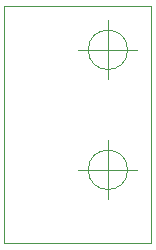
<source format=gbr>
G04 #@! TF.GenerationSoftware,KiCad,Pcbnew,(5.1.5)-3*
G04 #@! TF.CreationDate,2020-06-23T05:06:26-04:00*
G04 #@! TF.ProjectId,dip16tssop,64697031-3674-4737-936f-702e6b696361,rev?*
G04 #@! TF.SameCoordinates,Original*
G04 #@! TF.FileFunction,Profile,NP*
%FSLAX46Y46*%
G04 Gerber Fmt 4.6, Leading zero omitted, Abs format (unit mm)*
G04 Created by KiCad (PCBNEW (5.1.5)-3) date 2020-06-23 05:06:26*
%MOMM*%
%LPD*%
G04 APERTURE LIST*
%ADD10C,0.050000*%
%ADD11C,0.120000*%
G04 APERTURE END LIST*
D10*
X115966666Y-83820000D02*
G75*
G03X115966666Y-83820000I-1666666J0D01*
G01*
X111800000Y-83820000D02*
X116800000Y-83820000D01*
X114300000Y-81320000D02*
X114300000Y-86320000D01*
X115966666Y-73660000D02*
G75*
G03X115966666Y-73660000I-1666666J0D01*
G01*
X111800000Y-73660000D02*
X116800000Y-73660000D01*
X114300000Y-71160000D02*
X114300000Y-76160000D01*
D11*
X117983000Y-90043000D02*
X117983000Y-69977000D01*
X105537000Y-90043000D02*
X117983000Y-90043000D01*
X105537000Y-69977000D02*
X105537000Y-90043000D01*
X117983000Y-69977000D02*
X105537000Y-69977000D01*
M02*

</source>
